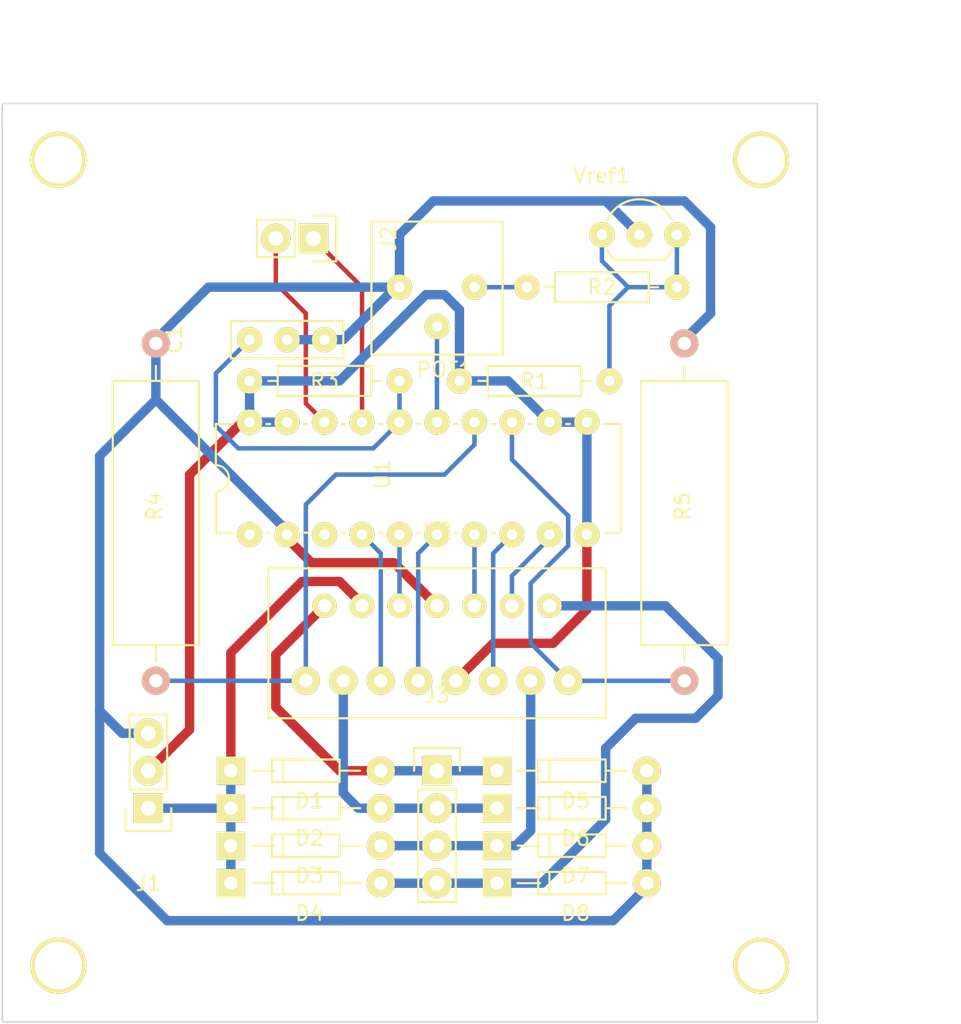
<source format=kicad_pcb>
(kicad_pcb (version 4) (host pcbnew 4.0.1-stable)

  (general
    (links 56)
    (no_connects 0)
    (area 96.469999 55.829999 151.815001 118.160001)
    (thickness 1.6)
    (drawings 9)
    (tracks 140)
    (zones 0)
    (modules 25)
    (nets 24)
  )

  (page A4)
  (layers
    (0 F.Cu signal)
    (31 B.Cu signal)
    (32 B.Adhes user)
    (33 F.Adhes user)
    (34 B.Paste user)
    (35 F.Paste user)
    (36 B.SilkS user)
    (37 F.SilkS user)
    (38 B.Mask user)
    (39 F.Mask user)
    (40 Dwgs.User user)
    (41 Cmts.User user)
    (42 Eco1.User user)
    (43 Eco2.User user)
    (44 Edge.Cuts user)
    (45 Margin user)
    (46 B.CrtYd user)
    (47 F.CrtYd user)
    (48 B.Fab user)
    (49 F.Fab user)
  )

  (setup
    (last_trace_width 0.3048)
    (trace_clearance 0.2)
    (zone_clearance 0.508)
    (zone_45_only no)
    (trace_min 0.2)
    (segment_width 0.2)
    (edge_width 0.1)
    (via_size 0.6)
    (via_drill 0.4)
    (via_min_size 0.4)
    (via_min_drill 0.3)
    (uvia_size 0.3)
    (uvia_drill 0.1)
    (uvias_allowed no)
    (uvia_min_size 0.2)
    (uvia_min_drill 0.1)
    (pcb_text_width 0.3)
    (pcb_text_size 1.5 1.5)
    (mod_edge_width 0.15)
    (mod_text_size 1 1)
    (mod_text_width 0.15)
    (pad_size 1.662 1.662)
    (pad_drill 0.9)
    (pad_to_mask_clearance 0)
    (aux_axis_origin 0 0)
    (visible_elements 7FFEFFFF)
    (pcbplotparams
      (layerselection 0x01030_80000001)
      (usegerberextensions true)
      (excludeedgelayer false)
      (linewidth 0.100000)
      (plotframeref false)
      (viasonmask false)
      (mode 1)
      (useauxorigin false)
      (hpglpennumber 1)
      (hpglpenspeed 20)
      (hpglpendiameter 15)
      (hpglpenoverlay 2)
      (psnegative false)
      (psa4output false)
      (plotreference false)
      (plotvalue false)
      (plotinvisibletext false)
      (padsonsilk false)
      (subtractmaskfromsilk false)
      (outputformat 1)
      (mirror false)
      (drillshape 0)
      (scaleselection 1)
      (outputdirectory ""))
  )

  (net 0 "")
  (net 1 "Net-(C1-Pad1)")
  (net 2 GND)
  (net 3 "Net-(D1-Pad1)")
  (net 4 "Net-(D1-Pad2)")
  (net 5 "Net-(D2-Pad2)")
  (net 6 "Net-(D3-Pad2)")
  (net 7 "Net-(D4-Pad2)")
  (net 8 +5V)
  (net 9 MotorDir)
  (net 10 MotorClk)
  (net 11 "Net-(POT1-Pad1)")
  (net 12 0.5Vref)
  (net 13 "Net-(R1-Pad2)")
  (net 14 Sense1)
  (net 15 Sense2)
  (net 16 "Net-(U1-Pad1)")
  (net 17 "Net-(U1-Pad3)")
  (net 18 "Net-(U1-Pad4)")
  (net 19 "Net-(U1-Pad5)")
  (net 20 "Net-(U1-Pad6)")
  (net 21 "Net-(U1-Pad7)")
  (net 22 "Net-(U1-Pad8)")
  (net 23 "Net-(U1-Pad9)")

  (net_class Default "This is the default net class."
    (clearance 0.2)
    (trace_width 0.3048)
    (via_dia 0.6)
    (via_drill 0.4)
    (uvia_dia 0.3)
    (uvia_drill 0.1)
    (add_net 0.5Vref)
    (add_net MotorClk)
    (add_net MotorDir)
    (add_net "Net-(C1-Pad1)")
    (add_net "Net-(POT1-Pad1)")
    (add_net "Net-(R1-Pad2)")
    (add_net "Net-(U1-Pad1)")
    (add_net "Net-(U1-Pad3)")
    (add_net "Net-(U1-Pad4)")
    (add_net "Net-(U1-Pad5)")
    (add_net "Net-(U1-Pad6)")
    (add_net "Net-(U1-Pad7)")
    (add_net "Net-(U1-Pad8)")
    (add_net "Net-(U1-Pad9)")
    (add_net Sense1)
    (add_net Sense2)
  )

  (net_class Power ""
    (clearance 0.2)
    (trace_width 0.635)
    (via_dia 0.6)
    (via_drill 0.4)
    (uvia_dia 0.3)
    (uvia_drill 0.1)
    (add_net +5V)
    (add_net GND)
    (add_net "Net-(D1-Pad1)")
    (add_net "Net-(D1-Pad2)")
    (add_net "Net-(D2-Pad2)")
    (add_net "Net-(D3-Pad2)")
    (add_net "Net-(D4-Pad2)")
  )

  (module "Custom Footprint:Cap_UnPol_P3" (layer F.Cu) (tedit 580EAA09) (tstamp 58351F20)
    (at 113.284 71.882 90)
    (descr "Through hole pin header")
    (tags "pin header")
    (path /5832D76B)
    (fp_text reference C1 (at 0 -5.1 90) (layer F.SilkS)
      (effects (font (size 1 1) (thickness 0.15)))
    )
    (fp_text value 10nF (at 0 -3.1 90) (layer F.Fab)
      (effects (font (size 1 1) (thickness 0.15)))
    )
    (fp_line (start 1.27 3.81) (end 1.27 6.35) (layer F.SilkS) (width 0.15))
    (fp_line (start 1.27 6.35) (end -1.27 6.35) (layer F.SilkS) (width 0.15))
    (fp_line (start -1.27 6.35) (end -1.27 3.81) (layer F.SilkS) (width 0.15))
    (fp_line (start -1.27 1.27) (end -1.27 -1.27) (layer F.SilkS) (width 0.15))
    (fp_line (start -1.27 -1.27) (end 1.27 -1.27) (layer F.SilkS) (width 0.15))
    (fp_line (start 1.27 -1.27) (end 1.27 1.27) (layer F.SilkS) (width 0.15))
    (fp_line (start 1.27 1.27) (end 1.27 3.81) (layer F.SilkS) (width 0.15))
    (fp_line (start -1.75 -1.75) (end -1.75 4.3) (layer F.CrtYd) (width 0.05))
    (fp_line (start 1.75 -1.75) (end 1.75 4.3) (layer F.CrtYd) (width 0.05))
    (fp_line (start -1.75 -1.75) (end 1.75 -1.75) (layer F.CrtYd) (width 0.05))
    (fp_line (start -1.75 4.3) (end 1.75 4.3) (layer F.CrtYd) (width 0.05))
    (fp_line (start -1.27 1.27) (end -1.27 3.81) (layer F.SilkS) (width 0.15))
    (pad 1 thru_hole circle (at 0 0 90) (size 1.716 1.716) (drill 0.7) (layers *.Cu *.Mask F.SilkS)
      (net 1 "Net-(C1-Pad1)"))
    (pad 2 thru_hole circle (at 0 2.54 90) (size 1.716 1.716) (drill 0.7) (layers *.Cu *.Mask F.SilkS)
      (net 2 GND))
    (pad 2 thru_hole circle (at 0 5.08 90) (size 1.716 1.716) (drill 0.7) (layers *.Cu *.Mask F.SilkS)
      (net 2 GND))
    (model Pin_Headers.3dshapes/Pin_Header_Straight_1x02.wrl
      (at (xyz 0 -0.05 0))
      (scale (xyz 1 1 1))
      (rotate (xyz 0 0 90))
    )
  )

  (module "Custom Footprint:1N4148" (layer F.Cu) (tedit 583523A4) (tstamp 58351F2E)
    (at 112.014 101.092)
    (descr 1N4148)
    (tags "Diode, 1N4148")
    (path /5832C49E)
    (fp_text reference D1 (at 5.334 2.032) (layer F.SilkS)
      (effects (font (size 1 1) (thickness 0.15)))
    )
    (fp_text value 1N5818 (at 5.08 -2.032) (layer F.Fab)
      (effects (font (size 1 1) (thickness 0.15)))
    )
    (fp_line (start 7.36652 -0.00254) (end 8.76352 -0.00254) (layer F.SilkS) (width 0.15))
    (fp_line (start 2.92152 -0.00254) (end 1.39752 -0.00254) (layer F.SilkS) (width 0.15))
    (fp_line (start 3.55652 -0.76454) (end 3.55652 0.75946) (layer F.SilkS) (width 0.15))
    (fp_line (start 2.79452 -0.00254) (end 2.79452 0.75946) (layer F.SilkS) (width 0.15))
    (fp_line (start 2.79452 0.75946) (end 7.36652 0.75946) (layer F.SilkS) (width 0.15))
    (fp_line (start 7.36652 0.75946) (end 7.36652 -0.76454) (layer F.SilkS) (width 0.15))
    (fp_line (start 7.36652 -0.76454) (end 2.79452 -0.76454) (layer F.SilkS) (width 0.15))
    (fp_line (start 2.79452 -0.76454) (end 2.79452 -0.00254) (layer F.SilkS) (width 0.15))
    (pad 1 thru_hole rect (at 0.00052 -0.00254 180) (size 1.916 1.916) (drill 0.9) (layers *.Cu *.Mask F.SilkS)
      (net 3 "Net-(D1-Pad1)"))
    (pad 2 thru_hole circle (at 10.16 0) (size 1.916 1.916) (drill 0.9) (layers *.Cu *.Mask F.SilkS)
      (net 4 "Net-(D1-Pad2)"))
    (model Diodes_ThroughHole.3dshapes/Diode_DO-35_SOD27_Horizontal_RM10.wrl
      (at (xyz 0.2 0 0))
      (scale (xyz 0.4 0.4 0.4))
      (rotate (xyz 0 0 180))
    )
  )

  (module "Custom Footprint:1N4148" (layer F.Cu) (tedit 583523A9) (tstamp 58351F3C)
    (at 112.014 103.632)
    (descr 1N4148)
    (tags "Diode, 1N4148")
    (path /5832C4F8)
    (fp_text reference D2 (at 5.334 2.032) (layer F.SilkS)
      (effects (font (size 1 1) (thickness 0.15)))
    )
    (fp_text value 1N5818 (at 5.08 -2.032) (layer F.Fab)
      (effects (font (size 1 1) (thickness 0.15)))
    )
    (fp_line (start 7.36652 -0.00254) (end 8.76352 -0.00254) (layer F.SilkS) (width 0.15))
    (fp_line (start 2.92152 -0.00254) (end 1.39752 -0.00254) (layer F.SilkS) (width 0.15))
    (fp_line (start 3.55652 -0.76454) (end 3.55652 0.75946) (layer F.SilkS) (width 0.15))
    (fp_line (start 2.79452 -0.00254) (end 2.79452 0.75946) (layer F.SilkS) (width 0.15))
    (fp_line (start 2.79452 0.75946) (end 7.36652 0.75946) (layer F.SilkS) (width 0.15))
    (fp_line (start 7.36652 0.75946) (end 7.36652 -0.76454) (layer F.SilkS) (width 0.15))
    (fp_line (start 7.36652 -0.76454) (end 2.79452 -0.76454) (layer F.SilkS) (width 0.15))
    (fp_line (start 2.79452 -0.76454) (end 2.79452 -0.00254) (layer F.SilkS) (width 0.15))
    (pad 1 thru_hole rect (at 0.00052 -0.00254 180) (size 1.916 1.916) (drill 0.9) (layers *.Cu *.Mask F.SilkS)
      (net 3 "Net-(D1-Pad1)"))
    (pad 2 thru_hole circle (at 10.16 0) (size 1.916 1.916) (drill 0.9) (layers *.Cu *.Mask F.SilkS)
      (net 5 "Net-(D2-Pad2)"))
    (model Diodes_ThroughHole.3dshapes/Diode_DO-35_SOD27_Horizontal_RM10.wrl
      (at (xyz 0.2 0 0))
      (scale (xyz 0.4 0.4 0.4))
      (rotate (xyz 0 0 180))
    )
  )

  (module "Custom Footprint:1N4148" (layer F.Cu) (tedit 583523AE) (tstamp 58351F4A)
    (at 112.014 106.172)
    (descr 1N4148)
    (tags "Diode, 1N4148")
    (path /5832C553)
    (fp_text reference D3 (at 5.334 2.032) (layer F.SilkS)
      (effects (font (size 1 1) (thickness 0.15)))
    )
    (fp_text value 1N5818 (at 5.08 -2.032) (layer F.Fab)
      (effects (font (size 1 1) (thickness 0.15)))
    )
    (fp_line (start 7.36652 -0.00254) (end 8.76352 -0.00254) (layer F.SilkS) (width 0.15))
    (fp_line (start 2.92152 -0.00254) (end 1.39752 -0.00254) (layer F.SilkS) (width 0.15))
    (fp_line (start 3.55652 -0.76454) (end 3.55652 0.75946) (layer F.SilkS) (width 0.15))
    (fp_line (start 2.79452 -0.00254) (end 2.79452 0.75946) (layer F.SilkS) (width 0.15))
    (fp_line (start 2.79452 0.75946) (end 7.36652 0.75946) (layer F.SilkS) (width 0.15))
    (fp_line (start 7.36652 0.75946) (end 7.36652 -0.76454) (layer F.SilkS) (width 0.15))
    (fp_line (start 7.36652 -0.76454) (end 2.79452 -0.76454) (layer F.SilkS) (width 0.15))
    (fp_line (start 2.79452 -0.76454) (end 2.79452 -0.00254) (layer F.SilkS) (width 0.15))
    (pad 1 thru_hole rect (at 0.00052 -0.00254 180) (size 1.916 1.916) (drill 0.9) (layers *.Cu *.Mask F.SilkS)
      (net 3 "Net-(D1-Pad1)"))
    (pad 2 thru_hole circle (at 10.16 0) (size 1.916 1.916) (drill 0.9) (layers *.Cu *.Mask F.SilkS)
      (net 6 "Net-(D3-Pad2)"))
    (model Diodes_ThroughHole.3dshapes/Diode_DO-35_SOD27_Horizontal_RM10.wrl
      (at (xyz 0.2 0 0))
      (scale (xyz 0.4 0.4 0.4))
      (rotate (xyz 0 0 180))
    )
  )

  (module "Custom Footprint:1N4148" (layer F.Cu) (tedit 583523B3) (tstamp 58351F58)
    (at 112.014 108.712)
    (descr 1N4148)
    (tags "Diode, 1N4148")
    (path /5832C5A9)
    (fp_text reference D4 (at 5.334 2.032) (layer F.SilkS)
      (effects (font (size 1 1) (thickness 0.15)))
    )
    (fp_text value 1N5818 (at 5.08 -2.032) (layer F.Fab)
      (effects (font (size 1 1) (thickness 0.15)))
    )
    (fp_line (start 7.36652 -0.00254) (end 8.76352 -0.00254) (layer F.SilkS) (width 0.15))
    (fp_line (start 2.92152 -0.00254) (end 1.39752 -0.00254) (layer F.SilkS) (width 0.15))
    (fp_line (start 3.55652 -0.76454) (end 3.55652 0.75946) (layer F.SilkS) (width 0.15))
    (fp_line (start 2.79452 -0.00254) (end 2.79452 0.75946) (layer F.SilkS) (width 0.15))
    (fp_line (start 2.79452 0.75946) (end 7.36652 0.75946) (layer F.SilkS) (width 0.15))
    (fp_line (start 7.36652 0.75946) (end 7.36652 -0.76454) (layer F.SilkS) (width 0.15))
    (fp_line (start 7.36652 -0.76454) (end 2.79452 -0.76454) (layer F.SilkS) (width 0.15))
    (fp_line (start 2.79452 -0.76454) (end 2.79452 -0.00254) (layer F.SilkS) (width 0.15))
    (pad 1 thru_hole rect (at 0.00052 -0.00254 180) (size 1.916 1.916) (drill 0.9) (layers *.Cu *.Mask F.SilkS)
      (net 3 "Net-(D1-Pad1)"))
    (pad 2 thru_hole circle (at 10.16 0) (size 1.916 1.916) (drill 0.9) (layers *.Cu *.Mask F.SilkS)
      (net 7 "Net-(D4-Pad2)"))
    (model Diodes_ThroughHole.3dshapes/Diode_DO-35_SOD27_Horizontal_RM10.wrl
      (at (xyz 0.2 0 0))
      (scale (xyz 0.4 0.4 0.4))
      (rotate (xyz 0 0 180))
    )
  )

  (module "Custom Footprint:1N4148" (layer F.Cu) (tedit 58352379) (tstamp 58351F66)
    (at 130.048 101.092)
    (descr 1N4148)
    (tags "Diode, 1N4148")
    (path /5832BFC7)
    (fp_text reference D5 (at 5.334 2.032) (layer F.SilkS)
      (effects (font (size 1 1) (thickness 0.15)))
    )
    (fp_text value 1N5818 (at 5.08 -2.032) (layer F.Fab)
      (effects (font (size 1 1) (thickness 0.15)))
    )
    (fp_line (start 7.36652 -0.00254) (end 8.76352 -0.00254) (layer F.SilkS) (width 0.15))
    (fp_line (start 2.92152 -0.00254) (end 1.39752 -0.00254) (layer F.SilkS) (width 0.15))
    (fp_line (start 3.55652 -0.76454) (end 3.55652 0.75946) (layer F.SilkS) (width 0.15))
    (fp_line (start 2.79452 -0.00254) (end 2.79452 0.75946) (layer F.SilkS) (width 0.15))
    (fp_line (start 2.79452 0.75946) (end 7.36652 0.75946) (layer F.SilkS) (width 0.15))
    (fp_line (start 7.36652 0.75946) (end 7.36652 -0.76454) (layer F.SilkS) (width 0.15))
    (fp_line (start 7.36652 -0.76454) (end 2.79452 -0.76454) (layer F.SilkS) (width 0.15))
    (fp_line (start 2.79452 -0.76454) (end 2.79452 -0.00254) (layer F.SilkS) (width 0.15))
    (pad 1 thru_hole rect (at 0.00052 -0.00254 180) (size 1.916 1.916) (drill 0.9) (layers *.Cu *.Mask F.SilkS)
      (net 4 "Net-(D1-Pad2)"))
    (pad 2 thru_hole circle (at 10.16 0) (size 1.916 1.916) (drill 0.9) (layers *.Cu *.Mask F.SilkS)
      (net 2 GND))
    (model Diodes_ThroughHole.3dshapes/Diode_DO-35_SOD27_Horizontal_RM10.wrl
      (at (xyz 0.2 0 0))
      (scale (xyz 0.4 0.4 0.4))
      (rotate (xyz 0 0 180))
    )
  )

  (module "Custom Footprint:1N4148" (layer F.Cu) (tedit 5835237E) (tstamp 58351F74)
    (at 130.048 103.632)
    (descr 1N4148)
    (tags "Diode, 1N4148")
    (path /5832C11E)
    (fp_text reference D6 (at 5.334 2.032) (layer F.SilkS)
      (effects (font (size 1 1) (thickness 0.15)))
    )
    (fp_text value 1N5818 (at 5.08 -2.032) (layer F.Fab)
      (effects (font (size 1 1) (thickness 0.15)))
    )
    (fp_line (start 7.36652 -0.00254) (end 8.76352 -0.00254) (layer F.SilkS) (width 0.15))
    (fp_line (start 2.92152 -0.00254) (end 1.39752 -0.00254) (layer F.SilkS) (width 0.15))
    (fp_line (start 3.55652 -0.76454) (end 3.55652 0.75946) (layer F.SilkS) (width 0.15))
    (fp_line (start 2.79452 -0.00254) (end 2.79452 0.75946) (layer F.SilkS) (width 0.15))
    (fp_line (start 2.79452 0.75946) (end 7.36652 0.75946) (layer F.SilkS) (width 0.15))
    (fp_line (start 7.36652 0.75946) (end 7.36652 -0.76454) (layer F.SilkS) (width 0.15))
    (fp_line (start 7.36652 -0.76454) (end 2.79452 -0.76454) (layer F.SilkS) (width 0.15))
    (fp_line (start 2.79452 -0.76454) (end 2.79452 -0.00254) (layer F.SilkS) (width 0.15))
    (pad 1 thru_hole rect (at 0.00052 -0.00254 180) (size 1.916 1.916) (drill 0.9) (layers *.Cu *.Mask F.SilkS)
      (net 5 "Net-(D2-Pad2)"))
    (pad 2 thru_hole circle (at 10.16 0) (size 1.916 1.916) (drill 0.9) (layers *.Cu *.Mask F.SilkS)
      (net 2 GND))
    (model Diodes_ThroughHole.3dshapes/Diode_DO-35_SOD27_Horizontal_RM10.wrl
      (at (xyz 0.2 0 0))
      (scale (xyz 0.4 0.4 0.4))
      (rotate (xyz 0 0 180))
    )
  )

  (module "Custom Footprint:1N4148" (layer F.Cu) (tedit 58352384) (tstamp 58351F82)
    (at 130.048 106.172)
    (descr 1N4148)
    (tags "Diode, 1N4148")
    (path /5832C189)
    (fp_text reference D7 (at 5.334 2.032) (layer F.SilkS)
      (effects (font (size 1 1) (thickness 0.15)))
    )
    (fp_text value 1N5818 (at 5.08 -2.032) (layer F.Fab)
      (effects (font (size 1 1) (thickness 0.15)))
    )
    (fp_line (start 7.36652 -0.00254) (end 8.76352 -0.00254) (layer F.SilkS) (width 0.15))
    (fp_line (start 2.92152 -0.00254) (end 1.39752 -0.00254) (layer F.SilkS) (width 0.15))
    (fp_line (start 3.55652 -0.76454) (end 3.55652 0.75946) (layer F.SilkS) (width 0.15))
    (fp_line (start 2.79452 -0.00254) (end 2.79452 0.75946) (layer F.SilkS) (width 0.15))
    (fp_line (start 2.79452 0.75946) (end 7.36652 0.75946) (layer F.SilkS) (width 0.15))
    (fp_line (start 7.36652 0.75946) (end 7.36652 -0.76454) (layer F.SilkS) (width 0.15))
    (fp_line (start 7.36652 -0.76454) (end 2.79452 -0.76454) (layer F.SilkS) (width 0.15))
    (fp_line (start 2.79452 -0.76454) (end 2.79452 -0.00254) (layer F.SilkS) (width 0.15))
    (pad 1 thru_hole rect (at 0.00052 -0.00254 180) (size 1.916 1.916) (drill 0.9) (layers *.Cu *.Mask F.SilkS)
      (net 6 "Net-(D3-Pad2)"))
    (pad 2 thru_hole circle (at 10.16 0) (size 1.916 1.916) (drill 0.9) (layers *.Cu *.Mask F.SilkS)
      (net 2 GND))
    (model Diodes_ThroughHole.3dshapes/Diode_DO-35_SOD27_Horizontal_RM10.wrl
      (at (xyz 0.2 0 0))
      (scale (xyz 0.4 0.4 0.4))
      (rotate (xyz 0 0 180))
    )
  )

  (module "Custom Footprint:1N4148" (layer F.Cu) (tedit 5835238B) (tstamp 58351F90)
    (at 130.048 108.712)
    (descr 1N4148)
    (tags "Diode, 1N4148")
    (path /5832C1E3)
    (fp_text reference D8 (at 5.334 2.032) (layer F.SilkS)
      (effects (font (size 1 1) (thickness 0.15)))
    )
    (fp_text value 1N5818 (at 5.08 -2.032) (layer F.Fab)
      (effects (font (size 1 1) (thickness 0.15)))
    )
    (fp_line (start 7.36652 -0.00254) (end 8.76352 -0.00254) (layer F.SilkS) (width 0.15))
    (fp_line (start 2.92152 -0.00254) (end 1.39752 -0.00254) (layer F.SilkS) (width 0.15))
    (fp_line (start 3.55652 -0.76454) (end 3.55652 0.75946) (layer F.SilkS) (width 0.15))
    (fp_line (start 2.79452 -0.00254) (end 2.79452 0.75946) (layer F.SilkS) (width 0.15))
    (fp_line (start 2.79452 0.75946) (end 7.36652 0.75946) (layer F.SilkS) (width 0.15))
    (fp_line (start 7.36652 0.75946) (end 7.36652 -0.76454) (layer F.SilkS) (width 0.15))
    (fp_line (start 7.36652 -0.76454) (end 2.79452 -0.76454) (layer F.SilkS) (width 0.15))
    (fp_line (start 2.79452 -0.76454) (end 2.79452 -0.00254) (layer F.SilkS) (width 0.15))
    (pad 1 thru_hole rect (at 0.00052 -0.00254 180) (size 1.916 1.916) (drill 0.9) (layers *.Cu *.Mask F.SilkS)
      (net 7 "Net-(D4-Pad2)"))
    (pad 2 thru_hole circle (at 10.16 0) (size 1.916 1.916) (drill 0.9) (layers *.Cu *.Mask F.SilkS)
      (net 2 GND))
    (model Diodes_ThroughHole.3dshapes/Diode_DO-35_SOD27_Horizontal_RM10.wrl
      (at (xyz 0.2 0 0))
      (scale (xyz 0.4 0.4 0.4))
      (rotate (xyz 0 0 180))
    )
  )

  (module "Custom Footprint:Pin_Header_Straight_1x03" (layer F.Cu) (tedit 5835228B) (tstamp 58351FA2)
    (at 106.426 103.632 180)
    (descr "Through hole pin header")
    (tags "pin header")
    (path /5832D2C2)
    (fp_text reference J1 (at 0 -5.1 180) (layer F.SilkS)
      (effects (font (size 1 1) (thickness 0.15)))
    )
    (fp_text value POWER (at 0 -3.1 180) (layer F.Fab)
      (effects (font (size 1 1) (thickness 0.15)))
    )
    (fp_line (start -1.75 -1.75) (end -1.75 6.85) (layer F.CrtYd) (width 0.05))
    (fp_line (start 1.75 -1.75) (end 1.75 6.85) (layer F.CrtYd) (width 0.05))
    (fp_line (start -1.75 -1.75) (end 1.75 -1.75) (layer F.CrtYd) (width 0.05))
    (fp_line (start -1.75 6.85) (end 1.75 6.85) (layer F.CrtYd) (width 0.05))
    (fp_line (start -1.27 1.27) (end -1.27 6.35) (layer F.SilkS) (width 0.15))
    (fp_line (start -1.27 6.35) (end 1.27 6.35) (layer F.SilkS) (width 0.15))
    (fp_line (start 1.27 6.35) (end 1.27 1.27) (layer F.SilkS) (width 0.15))
    (fp_line (start 1.55 -1.55) (end 1.55 0) (layer F.SilkS) (width 0.15))
    (fp_line (start 1.27 1.27) (end -1.27 1.27) (layer F.SilkS) (width 0.15))
    (fp_line (start -1.55 0) (end -1.55 -1.55) (layer F.SilkS) (width 0.15))
    (fp_line (start -1.55 -1.55) (end 1.55 -1.55) (layer F.SilkS) (width 0.15))
    (pad 1 thru_hole rect (at 0 0 180) (size 2.016 2.016) (drill 1) (layers *.Cu *.Mask F.SilkS)
      (net 3 "Net-(D1-Pad1)"))
    (pad 2 thru_hole circle (at 0 2.54 180) (size 2.016 2.016) (drill 1) (layers *.Cu *.Mask F.SilkS)
      (net 8 +5V))
    (pad 3 thru_hole circle (at 0 5.08 180) (size 2.016 2.016) (drill 1) (layers *.Cu *.Mask F.SilkS)
      (net 2 GND))
    (model Pin_Headers.3dshapes/Pin_Header_Straight_1x03.wrl
      (at (xyz 0 -0.1 0))
      (scale (xyz 1 1 1))
      (rotate (xyz 0 0 90))
    )
  )

  (module "Custom Footprint:Pin_Header_Straight_1x02" (layer F.Cu) (tedit 57DDA340) (tstamp 58351FB3)
    (at 117.602 65.024 270)
    (descr "Through hole pin header")
    (tags "pin header")
    (path /5832D2F7)
    (fp_text reference J2 (at 0 -5.1 270) (layer F.SilkS)
      (effects (font (size 1 1) (thickness 0.15)))
    )
    (fp_text value I/O (at 0 -3.1 270) (layer F.Fab)
      (effects (font (size 1 1) (thickness 0.15)))
    )
    (fp_line (start 1.27 1.27) (end 1.27 3.81) (layer F.SilkS) (width 0.15))
    (fp_line (start 1.55 -1.55) (end 1.55 0) (layer F.SilkS) (width 0.15))
    (fp_line (start -1.75 -1.75) (end -1.75 4.3) (layer F.CrtYd) (width 0.05))
    (fp_line (start 1.75 -1.75) (end 1.75 4.3) (layer F.CrtYd) (width 0.05))
    (fp_line (start -1.75 -1.75) (end 1.75 -1.75) (layer F.CrtYd) (width 0.05))
    (fp_line (start -1.75 4.3) (end 1.75 4.3) (layer F.CrtYd) (width 0.05))
    (fp_line (start 1.27 1.27) (end -1.27 1.27) (layer F.SilkS) (width 0.15))
    (fp_line (start -1.55 0) (end -1.55 -1.55) (layer F.SilkS) (width 0.15))
    (fp_line (start -1.55 -1.55) (end 1.55 -1.55) (layer F.SilkS) (width 0.15))
    (fp_line (start -1.27 1.27) (end -1.27 3.81) (layer F.SilkS) (width 0.15))
    (fp_line (start -1.27 3.81) (end 1.27 3.81) (layer F.SilkS) (width 0.15))
    (pad 1 thru_hole rect (at 0 0 270) (size 2.016 2.016) (drill 1) (layers *.Cu *.Mask F.SilkS)
      (net 9 MotorDir))
    (pad 2 thru_hole circle (at 0 2.54 270) (size 2.016 2.016) (drill 1) (layers *.Cu *.Mask F.SilkS)
      (net 10 MotorClk))
    (model Pin_Headers.3dshapes/Pin_Header_Straight_1x02.wrl
      (at (xyz 0 -0.05 0))
      (scale (xyz 1 1 1))
      (rotate (xyz 0 0 90))
    )
  )

  (module "Custom Footprint:Pin_Header_Straight_1x04" (layer F.Cu) (tedit 5832C1AF) (tstamp 58351FC6)
    (at 125.984 101.092)
    (descr "Through hole pin header")
    (tags "pin header")
    (path /58329082)
    (fp_text reference J3 (at 0 -5.1) (layer F.SilkS)
      (effects (font (size 1 1) (thickness 0.15)))
    )
    (fp_text value Motor (at 0 -3.1) (layer F.Fab)
      (effects (font (size 1 1) (thickness 0.15)))
    )
    (fp_line (start -1.27 8.89) (end -1.27 1.27) (layer F.SilkS) (width 0.15))
    (fp_line (start 1.27 1.27) (end 1.27 8.89) (layer F.SilkS) (width 0.15))
    (fp_line (start -1.27 8.89) (end 1.27 8.89) (layer F.SilkS) (width 0.15))
    (fp_line (start -1.75 -1.75) (end -1.75 9.37) (layer F.CrtYd) (width 0.05))
    (fp_line (start 1.75 -1.75) (end 1.75 9.37) (layer F.CrtYd) (width 0.05))
    (fp_line (start -1.75 -1.75) (end 1.75 -1.75) (layer F.CrtYd) (width 0.05))
    (fp_line (start -1.75 9.37) (end 1.75 9.37) (layer F.CrtYd) (width 0.05))
    (fp_line (start 1.55 -1.55) (end 1.55 0) (layer F.SilkS) (width 0.15))
    (fp_line (start 1.27 1.27) (end -1.27 1.27) (layer F.SilkS) (width 0.15))
    (fp_line (start -1.55 0) (end -1.55 -1.55) (layer F.SilkS) (width 0.15))
    (fp_line (start -1.55 -1.55) (end 1.55 -1.55) (layer F.SilkS) (width 0.15))
    (pad 1 thru_hole rect (at 0 0) (size 2.016 2.016) (drill 1) (layers *.Cu *.Mask F.SilkS)
      (net 4 "Net-(D1-Pad2)"))
    (pad 2 thru_hole circle (at 0 2.54) (size 2.016 2.016) (drill 1) (layers *.Cu *.Mask F.SilkS)
      (net 5 "Net-(D2-Pad2)"))
    (pad 3 thru_hole circle (at 0 5.08) (size 2.016 2.016) (drill 1) (layers *.Cu *.Mask F.SilkS)
      (net 6 "Net-(D3-Pad2)"))
    (pad 4 thru_hole circle (at 0 7.62) (size 2.016 2.016) (drill 1) (layers *.Cu *.Mask F.SilkS)
      (net 7 "Net-(D4-Pad2)"))
    (model Pin_Headers.3dshapes/Pin_Header_Straight_1x06.wrl
      (at (xyz 0 -0.25 0))
      (scale (xyz 1 1 1))
      (rotate (xyz 0 0 90))
    )
  )

  (module "Custom Footprint:Potentiometer_Bourns_3386" (layer F.Cu) (tedit 57E0339E) (tstamp 58351FD6)
    (at 128.524 68.326)
    (descr "5/16, Round, Trimming, Potentiometer, Bourns, 3339")
    (tags "5/16, Round, Trimming, Potentiometer, Bourns, 3339")
    (path /5832ED68)
    (fp_text reference POT1 (at -2.032 5.588) (layer F.SilkS)
      (effects (font (size 1 1) (thickness 0.15)))
    )
    (fp_text value 1kΩ (at -2.54 -5.334) (layer F.Fab)
      (effects (font (size 1 1) (thickness 0.15)))
    )
    (fp_line (start 1.27 -4.445) (end 1.905 -4.445) (layer F.SilkS) (width 0.15))
    (fp_line (start 1.905 -4.445) (end 1.905 4.572) (layer F.SilkS) (width 0.15))
    (fp_line (start 1.905 4.572) (end -6.985 4.572) (layer F.SilkS) (width 0.15))
    (fp_line (start -6.985 4.572) (end -6.985 -4.445) (layer F.SilkS) (width 0.15))
    (fp_line (start -6.985 -4.445) (end -6.223 -4.445) (layer F.SilkS) (width 0.15))
    (fp_line (start -6.985 -1.778) (end -6.985 4.572) (layer F.SilkS) (width 0.15))
    (fp_line (start 1.905 -1.778) (end 1.905 4.572) (layer F.SilkS) (width 0.15))
    (fp_line (start -6.35 -4.445) (end 1.27 -4.445) (layer F.SilkS) (width 0.15))
    (fp_line (start -6.604 4.572) (end 1.524 4.572) (layer F.SilkS) (width 0.15))
    (pad 1 thru_hole circle (at 0 0) (size 1.716 1.716) (drill 0.7) (layers *.Cu *.Mask F.SilkS)
      (net 11 "Net-(POT1-Pad1)"))
    (pad 2 thru_hole circle (at -2.54 2.667) (size 1.716 1.716) (drill 0.7) (layers *.Cu *.Mask F.SilkS)
      (net 12 0.5Vref))
    (pad 3 thru_hole circle (at -5.08 0) (size 1.716 1.716) (drill 0.7) (layers *.Cu *.Mask F.SilkS)
      (net 2 GND))
    (model Potentiometers.3dshapes/Potentiometer_Bourns_3339S_Angular_ScrewFront.wrl
      (at (xyz 0 0 0))
      (scale (xyz 1 1 1))
      (rotate (xyz 0 0 0))
    )
  )

  (module "Custom Footprint:Resistor-0.25W" (layer F.Cu) (tedit 57E029C8) (tstamp 58351FE3)
    (at 127.508 74.676)
    (descr "Resitance 4 pas")
    (tags R)
    (path /5832E522)
    (fp_text reference R1 (at 5.08 0) (layer F.SilkS)
      (effects (font (size 1 1) (thickness 0.15)))
    )
    (fp_text value 1.2kΩ (at 5.08 1.905) (layer F.Fab)
      (effects (font (size 1 1) (thickness 0.15)))
    )
    (fp_line (start 8.255 1.016) (end 1.905 1.016) (layer F.SilkS) (width 0.15))
    (fp_line (start 1.905 -1.016) (end 8.255 -1.016) (layer F.SilkS) (width 0.15))
    (fp_line (start 8.255 0) (end 8.89 0) (layer F.SilkS) (width 0.15))
    (fp_line (start 1.905 0) (end 1.27 0) (layer F.SilkS) (width 0.15))
    (fp_line (start 1.905 0) (end 1.905 -1.016) (layer F.SilkS) (width 0.15))
    (fp_line (start 8.255 -1.016) (end 8.255 1.016) (layer F.SilkS) (width 0.15))
    (fp_line (start 1.905 1.016) (end 1.905 0) (layer F.SilkS) (width 0.15))
    (pad 1 thru_hole circle (at 0 0) (size 1.716 1.716) (drill 0.7) (layers *.Cu *.Mask F.SilkS)
      (net 8 +5V))
    (pad 2 thru_hole circle (at 10.16 0) (size 1.716 1.716) (drill 0.7) (layers *.Cu *.Mask F.SilkS)
      (net 13 "Net-(R1-Pad2)"))
    (model Discret.3dshapes/R4.wrl
      (at (xyz 0 0 0))
      (scale (xyz 0.4 0.4 0.4))
      (rotate (xyz 0 0 0))
    )
  )

  (module "Custom Footprint:Resistor-0.25W" (layer F.Cu) (tedit 57E029C8) (tstamp 58351FF0)
    (at 142.24 68.326 180)
    (descr "Resitance 4 pas")
    (tags R)
    (path /5832E88C)
    (fp_text reference R2 (at 5.08 0 180) (layer F.SilkS)
      (effects (font (size 1 1) (thickness 0.15)))
    )
    (fp_text value 1.5kΩ (at 5.08 1.905 180) (layer F.Fab)
      (effects (font (size 1 1) (thickness 0.15)))
    )
    (fp_line (start 8.255 1.016) (end 1.905 1.016) (layer F.SilkS) (width 0.15))
    (fp_line (start 1.905 -1.016) (end 8.255 -1.016) (layer F.SilkS) (width 0.15))
    (fp_line (start 8.255 0) (end 8.89 0) (layer F.SilkS) (width 0.15))
    (fp_line (start 1.905 0) (end 1.27 0) (layer F.SilkS) (width 0.15))
    (fp_line (start 1.905 0) (end 1.905 -1.016) (layer F.SilkS) (width 0.15))
    (fp_line (start 8.255 -1.016) (end 8.255 1.016) (layer F.SilkS) (width 0.15))
    (fp_line (start 1.905 1.016) (end 1.905 0) (layer F.SilkS) (width 0.15))
    (pad 1 thru_hole circle (at 0 0 180) (size 1.716 1.716) (drill 0.7) (layers *.Cu *.Mask F.SilkS)
      (net 13 "Net-(R1-Pad2)"))
    (pad 2 thru_hole circle (at 10.16 0 180) (size 1.716 1.716) (drill 0.7) (layers *.Cu *.Mask F.SilkS)
      (net 11 "Net-(POT1-Pad1)"))
    (model Discret.3dshapes/R4.wrl
      (at (xyz 0 0 0))
      (scale (xyz 0.4 0.4 0.4))
      (rotate (xyz 0 0 0))
    )
  )

  (module "Custom Footprint:Resistor-0.25W" (layer F.Cu) (tedit 57E029C8) (tstamp 58351FFD)
    (at 113.284 74.676)
    (descr "Resitance 4 pas")
    (tags R)
    (path /5832D60B)
    (fp_text reference R3 (at 5.08 0) (layer F.SilkS)
      (effects (font (size 1 1) (thickness 0.15)))
    )
    (fp_text value 10kΩ (at 5.08 1.905) (layer F.Fab)
      (effects (font (size 1 1) (thickness 0.15)))
    )
    (fp_line (start 8.255 1.016) (end 1.905 1.016) (layer F.SilkS) (width 0.15))
    (fp_line (start 1.905 -1.016) (end 8.255 -1.016) (layer F.SilkS) (width 0.15))
    (fp_line (start 8.255 0) (end 8.89 0) (layer F.SilkS) (width 0.15))
    (fp_line (start 1.905 0) (end 1.27 0) (layer F.SilkS) (width 0.15))
    (fp_line (start 1.905 0) (end 1.905 -1.016) (layer F.SilkS) (width 0.15))
    (fp_line (start 8.255 -1.016) (end 8.255 1.016) (layer F.SilkS) (width 0.15))
    (fp_line (start 1.905 1.016) (end 1.905 0) (layer F.SilkS) (width 0.15))
    (pad 1 thru_hole circle (at 0 0) (size 1.716 1.716) (drill 0.7) (layers *.Cu *.Mask F.SilkS)
      (net 8 +5V))
    (pad 2 thru_hole circle (at 10.16 0) (size 1.716 1.716) (drill 0.7) (layers *.Cu *.Mask F.SilkS)
      (net 1 "Net-(C1-Pad1)"))
    (model Discret.3dshapes/R4.wrl
      (at (xyz 0 0 0))
      (scale (xyz 0.4 0.4 0.4))
      (rotate (xyz 0 0 0))
    )
  )

  (module "Custom Footprint:Resistor-2W" (layer F.Cu) (tedit 57E0266C) (tstamp 5835200C)
    (at 106.934 94.996 90)
    (descr "Resistor, Axial, RM 15mm,")
    (tags "Resistor Axial RM 15mm")
    (path /58329ACF)
    (fp_text reference R4 (at 11.811 -0.127 90) (layer F.SilkS)
      (effects (font (size 1 1) (thickness 0.15)))
    )
    (fp_text value 1Ω (at 11.684 1.651 90) (layer F.Fab)
      (effects (font (size 1 1) (thickness 0.15)))
    )
    (fp_line (start 20.32 0) (end 20.32 2.921) (layer F.SilkS) (width 0.15))
    (fp_line (start 20.32 2.921) (end 12.573 2.921) (layer F.SilkS) (width 0.15))
    (fp_line (start 21.336 0) (end 20.32 0) (layer F.SilkS) (width 0.15))
    (fp_line (start 20.32 0) (end 20.32 -2.921) (layer F.SilkS) (width 0.15))
    (fp_line (start 20.32 -2.921) (end 2.413 -2.921) (layer F.SilkS) (width 0.15))
    (fp_line (start 2.413 -2.921) (end 2.413 -2.54) (layer F.SilkS) (width 0.15))
    (fp_line (start 1.27 0) (end 2.413 0) (layer F.SilkS) (width 0.15))
    (fp_line (start 2.413 -2.667) (end 2.413 2.921) (layer F.SilkS) (width 0.15))
    (fp_line (start 2.42 2.921) (end 12.58 2.921) (layer F.SilkS) (width 0.15))
    (pad 1 thru_hole circle (at 0 0 90) (size 1.916 1.916) (drill 0.9) (layers *.Cu *.SilkS *.Mask)
      (net 14 Sense1))
    (pad 2 thru_hole circle (at 22.86 0 90) (size 1.916 1.916) (drill 0.9) (layers *.Cu *.SilkS *.Mask)
      (net 2 GND))
    (model Resistors_ThroughHole.3dshapes/Resistor_Horizontal_RM15mm.wrl
      (at (xyz 0.295 0 0))
      (scale (xyz 0.395 0.4 0.4))
      (rotate (xyz 0 0 0))
    )
  )

  (module "Custom Footprint:Resistor-2W" (layer F.Cu) (tedit 57E0266C) (tstamp 5835201B)
    (at 142.748 94.996 90)
    (descr "Resistor, Axial, RM 15mm,")
    (tags "Resistor Axial RM 15mm")
    (path /58329C18)
    (fp_text reference R5 (at 11.811 -0.127 90) (layer F.SilkS)
      (effects (font (size 1 1) (thickness 0.15)))
    )
    (fp_text value 1Ω (at 11.684 1.651 90) (layer F.Fab)
      (effects (font (size 1 1) (thickness 0.15)))
    )
    (fp_line (start 20.32 0) (end 20.32 2.921) (layer F.SilkS) (width 0.15))
    (fp_line (start 20.32 2.921) (end 12.573 2.921) (layer F.SilkS) (width 0.15))
    (fp_line (start 21.336 0) (end 20.32 0) (layer F.SilkS) (width 0.15))
    (fp_line (start 20.32 0) (end 20.32 -2.921) (layer F.SilkS) (width 0.15))
    (fp_line (start 20.32 -2.921) (end 2.413 -2.921) (layer F.SilkS) (width 0.15))
    (fp_line (start 2.413 -2.921) (end 2.413 -2.54) (layer F.SilkS) (width 0.15))
    (fp_line (start 1.27 0) (end 2.413 0) (layer F.SilkS) (width 0.15))
    (fp_line (start 2.413 -2.667) (end 2.413 2.921) (layer F.SilkS) (width 0.15))
    (fp_line (start 2.42 2.921) (end 12.58 2.921) (layer F.SilkS) (width 0.15))
    (pad 1 thru_hole circle (at 0 0 90) (size 1.916 1.916) (drill 0.9) (layers *.Cu *.SilkS *.Mask)
      (net 15 Sense2))
    (pad 2 thru_hole circle (at 22.86 0 90) (size 1.916 1.916) (drill 0.9) (layers *.Cu *.SilkS *.Mask)
      (net 2 GND))
    (model Resistors_ThroughHole.3dshapes/Resistor_Horizontal_RM15mm.wrl
      (at (xyz 0.295 0 0))
      (scale (xyz 0.395 0.4 0.4))
      (rotate (xyz 0 0 0))
    )
  )

  (module "Custom Footprint:IC_PDIP_20pin" (layer F.Cu) (tedit 5833D7CE) (tstamp 5835204C)
    (at 113.284 85.09 90)
    (descr "16-lead dip package, row spacing 7.62 mm (300 mils)")
    (tags "dil dip 2.54 300")
    (path /58328E61)
    (fp_text reference U1 (at 4.064 9.017 90) (layer F.SilkS)
      (effects (font (size 1 1) (thickness 0.15)))
    )
    (fp_text value L297 (at 3.683 -3.429 90) (layer F.Fab)
      (effects (font (size 1 1) (thickness 0.15)))
    )
    (fp_line (start 7.493 1.397) (end 7.493 1.143) (layer F.SilkS) (width 0.15))
    (fp_line (start 7.493 3.937) (end 7.493 3.683) (layer F.SilkS) (width 0.15))
    (fp_line (start 7.493 8.763) (end 7.493 9.017) (layer F.SilkS) (width 0.15))
    (fp_line (start 7.493 6.223) (end 7.493 6.477) (layer F.SilkS) (width 0.15))
    (fp_line (start 7.493 24.257) (end 7.493 25.146) (layer F.SilkS) (width 0.15))
    (fp_line (start 0.127 3.937) (end 0.127 3.683) (layer F.SilkS) (width 0.15))
    (fp_line (start 0.127 6.477) (end 0.127 6.223) (layer F.SilkS) (width 0.15))
    (fp_line (start 0.127 9.017) (end 0.127 8.763) (layer F.SilkS) (width 0.15))
    (fp_line (start 0.127 11.557) (end 0.127 11.303) (layer F.SilkS) (width 0.15))
    (fp_line (start 0.127 14.097) (end 0.127 13.843) (layer F.SilkS) (width 0.15))
    (fp_line (start 0.127 16.637) (end 0.127 16.383) (layer F.SilkS) (width 0.15))
    (fp_line (start 0.127 24.003) (end 0.127 25.146) (layer F.SilkS) (width 0.15))
    (fp_line (start 7.493 24.003) (end 7.493 24.257) (layer F.SilkS) (width 0.15))
    (fp_line (start 7.493 21.463) (end 7.493 21.717) (layer F.SilkS) (width 0.15))
    (fp_line (start 7.493 18.923) (end 7.493 19.177) (layer F.SilkS) (width 0.15))
    (fp_line (start 7.493 16.383) (end 7.493 16.637) (layer F.SilkS) (width 0.15))
    (fp_line (start 7.493 13.843) (end 7.493 14.097) (layer F.SilkS) (width 0.15))
    (fp_line (start 0.127 1.143) (end 0.127 1.397) (layer F.SilkS) (width 0.15))
    (fp_line (start 0.127 -1.143) (end 0.127 -2.286) (layer F.SilkS) (width 0.15))
    (fp_line (start 7.493 -1.143) (end 7.493 -2.286) (layer F.SilkS) (width 0.15))
    (fp_line (start 7.493 11.303) (end 7.493 11.557) (layer F.SilkS) (width 0.15))
    (fp_line (start 4.699 -2.286) (end 7.493 -2.286) (layer F.SilkS) (width 0.15))
    (fp_line (start 0.127 -2.286) (end 2.921 -2.286) (layer F.SilkS) (width 0.15))
    (fp_arc (start 3.81 -2.286) (end 4.699 -2.286) (angle 180) (layer F.SilkS) (width 0.15))
    (fp_line (start 0.135 25.155) (end 7.485 25.155) (layer F.SilkS) (width 0.15))
    (pad 1 thru_hole circle (at 0 0 90) (size 1.716 1.716) (drill 0.7) (layers *.Cu *.Mask F.SilkS)
      (net 16 "Net-(U1-Pad1)"))
    (pad 2 thru_hole circle (at 0 2.54 90) (size 1.716 1.716) (drill 0.7) (layers *.Cu *.Mask F.SilkS)
      (net 2 GND))
    (pad 3 thru_hole circle (at 0 5.08 90) (size 1.716 1.716) (drill 0.7) (layers *.Cu *.Mask F.SilkS)
      (net 17 "Net-(U1-Pad3)"))
    (pad 4 thru_hole circle (at 0 7.62 90) (size 1.716 1.716) (drill 0.7) (layers *.Cu *.Mask F.SilkS)
      (net 18 "Net-(U1-Pad4)"))
    (pad 5 thru_hole circle (at 0 10.16 90) (size 1.716 1.716) (drill 0.7) (layers *.Cu *.Mask F.SilkS)
      (net 19 "Net-(U1-Pad5)"))
    (pad 6 thru_hole circle (at 0 12.7 90) (size 1.716 1.716) (drill 0.7) (layers *.Cu *.Mask F.SilkS)
      (net 20 "Net-(U1-Pad6)"))
    (pad 7 thru_hole circle (at 0 15.24 90) (size 1.716 1.716) (drill 0.7) (layers *.Cu *.Mask F.SilkS)
      (net 21 "Net-(U1-Pad7)"))
    (pad 8 thru_hole circle (at 0 17.78 90) (size 1.716 1.716) (drill 0.7) (layers *.Cu *.Mask F.SilkS)
      (net 22 "Net-(U1-Pad8)"))
    (pad 9 thru_hole circle (at 0 20.32 90) (size 1.716 1.716) (drill 0.7) (layers *.Cu *.Mask F.SilkS)
      (net 23 "Net-(U1-Pad9)"))
    (pad 10 thru_hole circle (at 0 22.86 90) (size 1.716 1.716) (drill 0.7) (layers *.Cu *.Mask F.SilkS)
      (net 8 +5V))
    (pad 11 thru_hole circle (at 7.62 22.86 90) (size 1.716 1.716) (drill 0.7) (layers *.Cu *.Mask F.SilkS)
      (net 8 +5V))
    (pad 12 thru_hole circle (at 7.62 20.32 90) (size 1.716 1.716) (drill 0.7) (layers *.Cu *.Mask F.SilkS)
      (net 8 +5V))
    (pad 13 thru_hole circle (at 7.62 17.78 90) (size 1.716 1.716) (drill 0.7) (layers *.Cu *.Mask F.SilkS)
      (net 15 Sense2))
    (pad 14 thru_hole circle (at 7.62 15.24 90) (size 1.716 1.716) (drill 0.7) (layers *.Cu *.Mask F.SilkS)
      (net 14 Sense1))
    (pad 15 thru_hole circle (at 7.62 12.7 90) (size 1.716 1.716) (drill 0.7) (layers *.Cu *.Mask F.SilkS)
      (net 12 0.5Vref))
    (pad 16 thru_hole circle (at 7.62 10.16 90) (size 1.716 1.716) (drill 0.7) (layers *.Cu *.Mask F.SilkS)
      (net 1 "Net-(C1-Pad1)"))
    (pad 17 thru_hole circle (at 7.62 7.62 90) (size 1.716 1.716) (drill 0.7) (layers *.Cu *.Mask F.SilkS)
      (net 9 MotorDir))
    (pad 18 thru_hole circle (at 7.62 5.08 90) (size 1.716 1.716) (drill 0.7) (layers *.Cu *.Mask F.SilkS)
      (net 10 MotorClk))
    (pad 19 thru_hole circle (at 7.62 2.54 90) (size 1.716 1.716) (drill 0.7) (layers *.Cu *.Mask F.SilkS)
      (net 8 +5V))
    (pad 20 thru_hole circle (at 7.62 0 90) (size 1.716 1.716) (drill 0.7) (layers *.Cu *.Mask F.SilkS)
      (net 8 +5V))
    (model Housings_DIP.3dshapes/DIP-16_W7.62mm.wrl
      (at (xyz 0 0 0))
      (scale (xyz 1 1 1))
      (rotate (xyz 0 0 0))
    )
  )

  (module "Custom Footprint:L298" (layer F.Cu) (tedit 58352760) (tstamp 58352064)
    (at 117.094 89.916)
    (path /58328FA6)
    (fp_text reference U2 (at 8.89 -5.08) (layer F.SilkS)
      (effects (font (size 1 1) (thickness 0.15)))
    )
    (fp_text value L298 (at 8.89 -3.81) (layer F.Fab)
      (effects (font (size 1 1) (thickness 0.15)))
    )
    (fp_line (start -1.27 -2.54) (end 20.32 -2.54) (layer F.SilkS) (width 0.15))
    (fp_line (start 20.32 -2.54) (end 20.32 7.62) (layer F.SilkS) (width 0.15))
    (fp_line (start 20.32 7.62) (end -2.54 7.62) (layer F.SilkS) (width 0.15))
    (fp_line (start -2.54 7.62) (end -2.54 -2.54) (layer F.SilkS) (width 0.15))
    (fp_line (start -2.54 -2.54) (end -1.27 -2.54) (layer F.SilkS) (width 0.15))
    (pad 1 thru_hole circle (at 0 5.08) (size 1.916 1.916) (drill 0.9) (layers *.Cu *.Mask F.SilkS)
      (net 14 Sense1))
    (pad 2 thru_hole circle (at 1.27 0) (size 1.662 1.662) (drill 0.9) (layers *.Cu *.Mask F.SilkS)
      (net 4 "Net-(D1-Pad2)"))
    (pad 3 thru_hole circle (at 2.54 5.08) (size 1.916 1.916) (drill 0.9) (layers *.Cu *.Mask F.SilkS)
      (net 5 "Net-(D2-Pad2)"))
    (pad 4 thru_hole circle (at 3.81 0) (size 1.662 1.662) (drill 0.9) (layers *.Cu *.Mask F.SilkS)
      (net 3 "Net-(D1-Pad1)"))
    (pad 5 thru_hole circle (at 5.08 5.08) (size 1.916 1.916) (drill 0.9) (layers *.Cu *.Mask F.SilkS)
      (net 18 "Net-(U1-Pad4)"))
    (pad 6 thru_hole circle (at 6.35 0) (size 1.662 1.662) (drill 0.9) (layers *.Cu *.Mask F.SilkS)
      (net 19 "Net-(U1-Pad5)"))
    (pad 7 thru_hole circle (at 7.62 5.08) (size 1.916 1.916) (drill 0.9) (layers *.Cu *.Mask F.SilkS)
      (net 20 "Net-(U1-Pad6)"))
    (pad 8 thru_hole circle (at 8.89 0) (size 1.662 1.662) (drill 0.9) (layers *.Cu *.Mask F.SilkS)
      (net 2 GND))
    (pad 9 thru_hole circle (at 10.16 5.08) (size 1.916 1.916) (drill 0.9) (layers *.Cu *.Mask F.SilkS)
      (net 8 +5V))
    (pad 10 thru_hole circle (at 11.43 0) (size 1.662 1.662) (drill 0.9) (layers *.Cu *.Mask F.SilkS)
      (net 21 "Net-(U1-Pad7)"))
    (pad 11 thru_hole circle (at 12.7 5.08) (size 1.916 1.916) (drill 0.9) (layers *.Cu *.Mask F.SilkS)
      (net 22 "Net-(U1-Pad8)"))
    (pad 12 thru_hole circle (at 13.97 0) (size 1.662 1.662) (drill 0.9) (layers *.Cu *.Mask F.SilkS)
      (net 23 "Net-(U1-Pad9)"))
    (pad 13 thru_hole circle (at 15.24 5.08) (size 1.916 1.916) (drill 0.9) (layers *.Cu *.Mask F.SilkS)
      (net 6 "Net-(D3-Pad2)"))
    (pad 14 thru_hole circle (at 16.51 0) (size 1.662 1.662) (drill 0.9) (layers *.Cu *.Mask F.SilkS)
      (net 7 "Net-(D4-Pad2)"))
    (pad 15 thru_hole circle (at 17.78 5.08) (size 1.916 1.916) (drill 0.9) (layers *.Cu *.Mask F.SilkS)
      (net 15 Sense2))
  )

  (module "Custom Footprint:TO-92_Inline_Wide" (layer F.Cu) (tedit 57DDA067) (tstamp 58352074)
    (at 137.16 64.77)
    (descr "TO-92 leads in-line, wide, drill 0.8mm (see NXP sot054_po.pdf)")
    (tags "to-92 sc-43 sc-43a sot54 PA33 transistor")
    (path /5832E329)
    (fp_text reference Vref1 (at 0 -4 180) (layer F.SilkS)
      (effects (font (size 1 1) (thickness 0.15)))
    )
    (fp_text value TL431 (at 2.54 3.175) (layer F.Fab)
      (effects (font (size 1 1) (thickness 0.15)))
    )
    (fp_arc (start 2.54 0) (end 0.84 1.7) (angle 20.5) (layer F.SilkS) (width 0.15))
    (fp_arc (start 2.54 0) (end 4.24 1.7) (angle -20.5) (layer F.SilkS) (width 0.15))
    (fp_line (start -1 1.95) (end -1 -2.65) (layer F.CrtYd) (width 0.05))
    (fp_line (start -1 1.95) (end 6.1 1.95) (layer F.CrtYd) (width 0.05))
    (fp_line (start 0.84 1.7) (end 4.24 1.7) (layer F.SilkS) (width 0.15))
    (fp_arc (start 2.54 0) (end 2.54 -2.4) (angle -65.55604127) (layer F.SilkS) (width 0.15))
    (fp_arc (start 2.54 0) (end 2.54 -2.4) (angle 65.55604127) (layer F.SilkS) (width 0.15))
    (fp_line (start -1 -2.65) (end 6.1 -2.65) (layer F.CrtYd) (width 0.05))
    (fp_line (start 6.1 1.95) (end 6.1 -2.65) (layer F.CrtYd) (width 0.05))
    (pad 2 thru_hole circle (at 2.54 0 90) (size 1.716 1.716) (drill 0.7) (layers *.Cu *.Mask F.SilkS)
      (net 2 GND))
    (pad 3 thru_hole circle (at 5.08 0 90) (size 1.716 1.716) (drill 0.7) (layers *.Cu *.Mask F.SilkS)
      (net 13 "Net-(R1-Pad2)"))
    (pad 1 thru_hole circle (at 0 0 90) (size 1.716 1.716) (drill 0.7) (layers *.Cu *.Mask F.SilkS)
      (net 13 "Net-(R1-Pad2)"))
    (model TO_SOT_Packages_THT.3dshapes/TO-92_Inline_Wide.wrl
      (at (xyz 0.1 0 0))
      (scale (xyz 1 1 1))
      (rotate (xyz 0 0 -90))
    )
  )

  (module "Custom Footprint:3.2mm_Hole" (layer F.Cu) (tedit 58125C4C) (tstamp 58352D9B)
    (at 100.33 59.69)
    (fp_text reference REF** (at 3.937 -1.905) (layer F.SilkS) hide
      (effects (font (size 1 1) (thickness 0.15)))
    )
    (fp_text value 3.2mm_Hole (at 0 -3.683) (layer F.Fab) hide
      (effects (font (size 1 1) (thickness 0.15)))
    )
    (pad 1 thru_hole circle (at 0 0) (size 3.8 3.8) (drill 3.2) (layers *.Cu *.Mask F.SilkS))
  )

  (module "Custom Footprint:3.2mm_Hole" (layer F.Cu) (tedit 58125C4C) (tstamp 58352DA4)
    (at 147.955 59.69)
    (fp_text reference REF** (at 3.937 -1.905) (layer F.SilkS) hide
      (effects (font (size 1 1) (thickness 0.15)))
    )
    (fp_text value 3.2mm_Hole (at 0 -3.683) (layer F.Fab) hide
      (effects (font (size 1 1) (thickness 0.15)))
    )
    (pad 1 thru_hole circle (at 0 0) (size 3.8 3.8) (drill 3.2) (layers *.Cu *.Mask F.SilkS))
  )

  (module "Custom Footprint:3.2mm_Hole" (layer F.Cu) (tedit 58125C4C) (tstamp 58352DAD)
    (at 147.955 114.3)
    (fp_text reference REF** (at 3.937 -1.905) (layer F.SilkS) hide
      (effects (font (size 1 1) (thickness 0.15)))
    )
    (fp_text value 3.2mm_Hole (at 0 -3.683) (layer F.Fab) hide
      (effects (font (size 1 1) (thickness 0.15)))
    )
    (pad 1 thru_hole circle (at 0 0) (size 3.8 3.8) (drill 3.2) (layers *.Cu *.Mask F.SilkS))
  )

  (module "Custom Footprint:3.2mm_Hole" (layer F.Cu) (tedit 58125C4C) (tstamp 58352DB6)
    (at 100.33 114.3)
    (fp_text reference REF** (at 3.937 -1.905) (layer F.SilkS) hide
      (effects (font (size 1 1) (thickness 0.15)))
    )
    (fp_text value 3.2mm_Hole (at 0 -3.683) (layer F.Fab) hide
      (effects (font (size 1 1) (thickness 0.15)))
    )
    (pad 1 thru_hole circle (at 0 0) (size 3.8 3.8) (drill 3.2) (layers *.Cu *.Mask F.SilkS))
  )

  (dimension 62.23 (width 0.3) (layer Margin)
    (gr_text "62.230 mm" (at 158.83 86.995 270) (layer Margin)
      (effects (font (size 1.5 1.5) (thickness 0.3)))
    )
    (feature1 (pts (xy 151.765 118.11) (xy 160.18 118.11)))
    (feature2 (pts (xy 151.765 55.88) (xy 160.18 55.88)))
    (crossbar (pts (xy 157.48 55.88) (xy 157.48 118.11)))
    (arrow1a (pts (xy 157.48 118.11) (xy 156.893579 116.983496)))
    (arrow1b (pts (xy 157.48 118.11) (xy 158.066421 116.983496)))
    (arrow2a (pts (xy 157.48 55.88) (xy 156.893579 57.006504)))
    (arrow2b (pts (xy 157.48 55.88) (xy 158.066421 57.006504)))
  )
  (dimension 55.245 (width 0.3) (layer Margin)
    (gr_text "55.245 mm" (at 124.1425 50.72) (layer Margin)
      (effects (font (size 1.5 1.5) (thickness 0.3)))
    )
    (feature1 (pts (xy 151.765 55.88) (xy 151.765 49.37)))
    (feature2 (pts (xy 96.52 55.88) (xy 96.52 49.37)))
    (crossbar (pts (xy 96.52 52.07) (xy 151.765 52.07)))
    (arrow1a (pts (xy 151.765 52.07) (xy 150.638496 52.656421)))
    (arrow1b (pts (xy 151.765 52.07) (xy 150.638496 51.483579)))
    (arrow2a (pts (xy 96.52 52.07) (xy 97.646504 52.656421)))
    (arrow2b (pts (xy 96.52 52.07) (xy 97.646504 51.483579)))
  )
  (gr_line (start 96.52 57.15) (end 96.52 56.515) (angle 90) (layer Edge.Cuts) (width 0.1))
  (gr_line (start 96.52 56.515) (end 96.52 57.15) (angle 90) (layer Edge.Cuts) (width 0.1))
  (gr_line (start 96.52 55.88) (end 96.52 56.515) (angle 90) (layer Edge.Cuts) (width 0.1))
  (gr_line (start 151.765 55.88) (end 96.52 55.88) (angle 90) (layer Edge.Cuts) (width 0.1))
  (gr_line (start 151.765 118.11) (end 151.765 55.88) (angle 90) (layer Edge.Cuts) (width 0.1))
  (gr_line (start 96.52 118.11) (end 151.765 118.11) (angle 90) (layer Edge.Cuts) (width 0.1))
  (gr_line (start 96.52 56.515) (end 96.52 118.11) (angle 90) (layer Edge.Cuts) (width 0.1))

  (segment (start 113.284 71.882) (end 110.998 74.168) (width 0.3048) (layer B.Cu) (net 1))
  (segment (start 121.666 79.248) (end 123.444 77.47) (width 0.3048) (layer B.Cu) (net 1) (tstamp 583529F1))
  (segment (start 112.522 79.248) (end 121.666 79.248) (width 0.3048) (layer B.Cu) (net 1) (tstamp 583529EF))
  (segment (start 110.998 77.724) (end 112.522 79.248) (width 0.3048) (layer B.Cu) (net 1) (tstamp 583529ED))
  (segment (start 110.998 74.168) (end 110.998 77.724) (width 0.3048) (layer B.Cu) (net 1) (tstamp 583529EC))
  (segment (start 123.444 74.676) (end 123.444 77.47) (width 0.3048) (layer B.Cu) (net 1))
  (segment (start 115.824 85.09) (end 115.824 85.344) (width 0.635) (layer F.Cu) (net 2))
  (segment (start 115.824 85.344) (end 117.475 86.995) (width 0.635) (layer F.Cu) (net 2) (tstamp 58352DCC))
  (segment (start 123.063 86.995) (end 125.984 89.916) (width 0.635) (layer F.Cu) (net 2) (tstamp 58352DCE))
  (segment (start 117.475 86.995) (end 123.063 86.995) (width 0.635) (layer F.Cu) (net 2) (tstamp 58352DCD))
  (segment (start 115.824 71.882) (end 118.364 71.882) (width 0.635) (layer B.Cu) (net 2))
  (segment (start 118.364 71.882) (end 119.634 71.882) (width 0.635) (layer B.Cu) (net 2) (tstamp 583529E7))
  (segment (start 119.634 71.882) (end 123.19 68.326) (width 0.635) (layer B.Cu) (net 2) (tstamp 583529E8))
  (segment (start 123.19 68.326) (end 123.444 68.326) (width 0.635) (layer B.Cu) (net 2) (tstamp 583529E9))
  (segment (start 140.208 108.712) (end 140.208 108.966) (width 0.635) (layer B.Cu) (net 2))
  (segment (start 140.208 108.966) (end 137.922 111.252) (width 0.635) (layer B.Cu) (net 2) (tstamp 583529A0))
  (segment (start 103.124 106.68) (end 103.124 97.028) (width 0.635) (layer B.Cu) (net 2) (tstamp 583529A4))
  (segment (start 107.696 111.252) (end 103.124 106.68) (width 0.635) (layer B.Cu) (net 2) (tstamp 583529A2))
  (segment (start 137.922 111.252) (end 107.696 111.252) (width 0.635) (layer B.Cu) (net 2) (tstamp 583529A1))
  (segment (start 106.426 98.552) (end 104.648 98.552) (width 0.635) (layer B.Cu) (net 2))
  (segment (start 103.124 79.756) (end 106.934 75.946) (width 0.635) (layer B.Cu) (net 2) (tstamp 5835299C))
  (segment (start 103.124 97.028) (end 103.124 79.756) (width 0.635) (layer B.Cu) (net 2) (tstamp 5835299B))
  (segment (start 104.648 98.552) (end 103.124 97.028) (width 0.635) (layer B.Cu) (net 2) (tstamp 5835299A))
  (segment (start 115.824 85.09) (end 115.824 84.836) (width 0.635) (layer B.Cu) (net 2))
  (segment (start 115.824 84.836) (end 106.934 75.946) (width 0.635) (layer B.Cu) (net 2) (tstamp 5835296D))
  (segment (start 106.934 75.946) (end 106.934 72.136) (width 0.635) (layer B.Cu) (net 2) (tstamp 5835296E))
  (segment (start 106.934 72.136) (end 106.934 71.882) (width 0.635) (layer B.Cu) (net 2))
  (segment (start 106.934 71.882) (end 110.49 68.326) (width 0.635) (layer B.Cu) (net 2) (tstamp 5835295E))
  (segment (start 110.49 68.326) (end 123.444 68.326) (width 0.635) (layer B.Cu) (net 2) (tstamp 58352960))
  (segment (start 142.748 72.136) (end 142.748 71.882) (width 0.635) (layer B.Cu) (net 2))
  (segment (start 142.748 71.882) (end 144.526 70.104) (width 0.635) (layer B.Cu) (net 2) (tstamp 58352958))
  (segment (start 144.526 70.104) (end 144.526 64.262) (width 0.635) (layer B.Cu) (net 2) (tstamp 58352959))
  (segment (start 144.526 64.262) (end 142.748 62.484) (width 0.635) (layer B.Cu) (net 2) (tstamp 5835295A))
  (segment (start 142.748 62.484) (end 137.414 62.484) (width 0.635) (layer B.Cu) (net 2) (tstamp 5835295B))
  (segment (start 123.444 68.326) (end 123.444 64.77) (width 0.635) (layer B.Cu) (net 2))
  (segment (start 137.414 62.484) (end 139.7 64.77) (width 0.635) (layer B.Cu) (net 2) (tstamp 58352955))
  (segment (start 125.73 62.484) (end 137.414 62.484) (width 0.635) (layer B.Cu) (net 2) (tstamp 58352954))
  (segment (start 123.444 64.77) (end 125.73 62.484) (width 0.635) (layer B.Cu) (net 2) (tstamp 58352953))
  (segment (start 140.208 101.092) (end 140.208 103.632) (width 0.635) (layer B.Cu) (net 2))
  (segment (start 140.208 103.632) (end 140.208 106.172) (width 0.635) (layer B.Cu) (net 2) (tstamp 5835274D))
  (segment (start 140.208 106.172) (end 140.208 108.712) (width 0.635) (layer B.Cu) (net 2) (tstamp 5835274E))
  (segment (start 120.904 89.916) (end 120.904 89.789) (width 0.635) (layer F.Cu) (net 3))
  (segment (start 120.904 89.789) (end 119.38 88.265) (width 0.635) (layer F.Cu) (net 3) (tstamp 58352DD2))
  (segment (start 119.38 88.265) (end 116.84 88.265) (width 0.635) (layer F.Cu) (net 3) (tstamp 58352DD3))
  (segment (start 116.84 88.265) (end 112.01452 93.09048) (width 0.635) (layer F.Cu) (net 3) (tstamp 58352DD4))
  (segment (start 112.01452 93.09048) (end 112.01452 101.08946) (width 0.635) (layer F.Cu) (net 3) (tstamp 58352DD6))
  (segment (start 106.426 103.632) (end 112.01198 103.632) (width 0.635) (layer B.Cu) (net 3))
  (segment (start 112.01198 103.632) (end 112.01452 103.62946) (width 0.635) (layer B.Cu) (net 3) (tstamp 58352997))
  (segment (start 112.01452 108.70946) (end 112.01452 106.16946) (width 0.635) (layer B.Cu) (net 3))
  (segment (start 112.01452 106.16946) (end 112.01452 103.62946) (width 0.635) (layer B.Cu) (net 3) (tstamp 58352749))
  (segment (start 112.01452 103.62946) (end 112.01452 101.08946) (width 0.635) (layer B.Cu) (net 3) (tstamp 5835274A))
  (segment (start 122.174 101.092) (end 119.38 101.092) (width 0.635) (layer F.Cu) (net 4))
  (segment (start 119.38 101.092) (end 115.062 96.774) (width 0.635) (layer F.Cu) (net 4) (tstamp 58352A17))
  (segment (start 115.062 96.774) (end 115.062 93.218) (width 0.635) (layer F.Cu) (net 4) (tstamp 58352A19))
  (segment (start 115.062 93.218) (end 118.364 89.916) (width 0.635) (layer F.Cu) (net 4) (tstamp 58352A1B))
  (segment (start 130.04852 101.08946) (end 125.98654 101.08946) (width 0.635) (layer B.Cu) (net 4))
  (segment (start 125.98654 101.08946) (end 125.984 101.092) (width 0.635) (layer B.Cu) (net 4) (tstamp 58352735))
  (segment (start 125.984 101.092) (end 122.174 101.092) (width 0.635) (layer B.Cu) (net 4) (tstamp 58352736))
  (segment (start 119.634 94.996) (end 119.634 102.616) (width 0.635) (layer B.Cu) (net 5))
  (segment (start 120.65 103.632) (end 122.174 103.632) (width 0.635) (layer B.Cu) (net 5) (tstamp 58352752))
  (segment (start 119.634 102.616) (end 120.65 103.632) (width 0.635) (layer B.Cu) (net 5) (tstamp 58352751))
  (segment (start 122.174 103.632) (end 125.984 103.632) (width 0.635) (layer B.Cu) (net 5))
  (segment (start 125.984 103.632) (end 125.98654 103.62946) (width 0.635) (layer B.Cu) (net 5) (tstamp 5835273C))
  (segment (start 125.98654 103.62946) (end 130.04852 103.62946) (width 0.635) (layer B.Cu) (net 5) (tstamp 5835273D))
  (segment (start 130.04852 106.16946) (end 131.32054 106.16946) (width 0.635) (layer B.Cu) (net 6))
  (segment (start 132.334 105.156) (end 132.334 94.996) (width 0.635) (layer B.Cu) (net 6) (tstamp 58352758))
  (segment (start 131.32054 106.16946) (end 132.334 105.156) (width 0.635) (layer B.Cu) (net 6) (tstamp 58352757))
  (segment (start 130.04852 106.16946) (end 125.98654 106.16946) (width 0.635) (layer B.Cu) (net 6))
  (segment (start 125.98654 106.16946) (end 125.984 106.172) (width 0.635) (layer B.Cu) (net 6) (tstamp 58352740))
  (segment (start 125.984 106.172) (end 122.174 106.172) (width 0.635) (layer B.Cu) (net 6) (tstamp 58352741))
  (segment (start 125.92 106) (end 125.92254 105.99746) (width 0.635) (layer B.Cu) (net 6) (tstamp 5835233F))
  (segment (start 130.04852 108.70946) (end 133.09854 108.70946) (width 0.635) (layer B.Cu) (net 7))
  (segment (start 141.478 89.916) (end 133.604 89.916) (width 0.635) (layer B.Cu) (net 7) (tstamp 58352764))
  (segment (start 145.034 93.472) (end 141.478 89.916) (width 0.635) (layer B.Cu) (net 7) (tstamp 58352763))
  (segment (start 145.034 96.012) (end 145.034 93.472) (width 0.635) (layer B.Cu) (net 7) (tstamp 58352762))
  (segment (start 143.51 97.536) (end 145.034 96.012) (width 0.635) (layer B.Cu) (net 7) (tstamp 58352761))
  (segment (start 139.446 97.536) (end 143.51 97.536) (width 0.635) (layer B.Cu) (net 7) (tstamp 58352760))
  (segment (start 137.414 99.568) (end 139.446 97.536) (width 0.635) (layer B.Cu) (net 7) (tstamp 5835275F))
  (segment (start 137.414 104.394) (end 137.414 99.568) (width 0.635) (layer B.Cu) (net 7) (tstamp 5835275D))
  (segment (start 133.09854 108.70946) (end 137.414 104.394) (width 0.635) (layer B.Cu) (net 7) (tstamp 5835275B))
  (segment (start 122.174 108.712) (end 125.984 108.712) (width 0.635) (layer B.Cu) (net 7))
  (segment (start 125.984 108.712) (end 125.98654 108.70946) (width 0.635) (layer B.Cu) (net 7) (tstamp 58352744))
  (segment (start 125.98654 108.70946) (end 130.04852 108.70946) (width 0.635) (layer B.Cu) (net 7) (tstamp 58352745))
  (segment (start 113.284 77.47) (end 112.776 77.47) (width 0.635) (layer F.Cu) (net 8))
  (segment (start 112.776 77.47) (end 109.22 81.026) (width 0.635) (layer F.Cu) (net 8) (tstamp 58352A28))
  (segment (start 109.22 98.298) (end 106.426 101.092) (width 0.635) (layer F.Cu) (net 8) (tstamp 58352A2B))
  (segment (start 109.22 81.026) (end 109.22 98.298) (width 0.635) (layer F.Cu) (net 8) (tstamp 58352A29))
  (segment (start 136.144 85.09) (end 136.144 90.17) (width 0.635) (layer F.Cu) (net 8))
  (segment (start 129.794 92.456) (end 127.254 94.996) (width 0.635) (layer F.Cu) (net 8) (tstamp 58352A23))
  (segment (start 133.858 92.456) (end 129.794 92.456) (width 0.635) (layer F.Cu) (net 8) (tstamp 58352A22))
  (segment (start 136.144 90.17) (end 133.858 92.456) (width 0.635) (layer F.Cu) (net 8) (tstamp 58352A21))
  (segment (start 113.284 74.676) (end 119.38 74.676) (width 0.635) (layer B.Cu) (net 8))
  (segment (start 127.508 69.85) (end 127.508 74.676) (width 0.635) (layer B.Cu) (net 8) (tstamp 5835296A))
  (segment (start 126.492 68.834) (end 127.508 69.85) (width 0.635) (layer B.Cu) (net 8) (tstamp 58352969))
  (segment (start 125.222 68.834) (end 126.492 68.834) (width 0.635) (layer B.Cu) (net 8) (tstamp 58352968))
  (segment (start 119.38 74.676) (end 125.222 68.834) (width 0.635) (layer B.Cu) (net 8) (tstamp 58352964))
  (segment (start 113.284 74.676) (end 113.284 77.47) (width 0.635) (layer B.Cu) (net 8))
  (segment (start 113.284 77.47) (end 115.824 77.47) (width 0.635) (layer B.Cu) (net 8) (tstamp 5835293F))
  (segment (start 127.508 74.676) (end 130.81 74.676) (width 0.635) (layer B.Cu) (net 8))
  (segment (start 130.81 74.676) (end 133.604 77.47) (width 0.635) (layer B.Cu) (net 8) (tstamp 58352938))
  (segment (start 133.604 77.47) (end 136.144 77.47) (width 0.635) (layer B.Cu) (net 8) (tstamp 5835293A))
  (segment (start 136.144 77.47) (end 136.144 85.09) (width 0.635) (layer B.Cu) (net 8) (tstamp 5835293C))
  (segment (start 117.602 65.024) (end 120.904 68.326) (width 0.3048) (layer F.Cu) (net 9))
  (segment (start 120.904 68.326) (end 120.904 77.47) (width 0.3048) (layer F.Cu) (net 9) (tstamp 58352A2F))
  (segment (start 115.062 65.024) (end 115.062 68.072) (width 0.3048) (layer F.Cu) (net 10))
  (segment (start 117.094 76.2) (end 118.364 77.47) (width 0.3048) (layer F.Cu) (net 10) (tstamp 58352A36))
  (segment (start 117.094 70.104) (end 117.094 76.2) (width 0.3048) (layer F.Cu) (net 10) (tstamp 58352A34))
  (segment (start 115.062 68.072) (end 117.094 70.104) (width 0.3048) (layer F.Cu) (net 10) (tstamp 58352A32))
  (segment (start 128.524 68.326) (end 132.08 68.326) (width 0.3048) (layer B.Cu) (net 11))
  (segment (start 125.984 70.993) (end 125.984 77.47) (width 0.3048) (layer B.Cu) (net 12))
  (segment (start 137.668 74.676) (end 137.668 69.596) (width 0.3048) (layer B.Cu) (net 13))
  (segment (start 137.668 69.596) (end 138.938 68.326) (width 0.3048) (layer B.Cu) (net 13) (tstamp 5835294F))
  (segment (start 137.16 64.77) (end 137.16 66.548) (width 0.3048) (layer B.Cu) (net 13))
  (segment (start 138.938 68.326) (end 142.24 68.326) (width 0.3048) (layer B.Cu) (net 13) (tstamp 5835294A))
  (segment (start 137.16 66.548) (end 138.938 68.326) (width 0.3048) (layer B.Cu) (net 13) (tstamp 58352948))
  (segment (start 142.24 68.326) (end 142.24 64.77) (width 0.3048) (layer B.Cu) (net 13) (tstamp 5835294C))
  (segment (start 117.094 94.996) (end 117.094 83.058) (width 0.3048) (layer B.Cu) (net 14))
  (segment (start 128.524 78.994) (end 128.524 77.47) (width 0.3048) (layer B.Cu) (net 14) (tstamp 583528CE))
  (segment (start 126.492 81.026) (end 128.524 78.994) (width 0.3048) (layer B.Cu) (net 14) (tstamp 583528CC))
  (segment (start 119.126 81.026) (end 126.492 81.026) (width 0.3048) (layer B.Cu) (net 14) (tstamp 583528CA))
  (segment (start 117.094 83.058) (end 119.126 81.026) (width 0.3048) (layer B.Cu) (net 14) (tstamp 583528C8))
  (segment (start 106.934 94.996) (end 117.094 94.996) (width 0.3048) (layer B.Cu) (net 14))
  (segment (start 131.064 77.47) (end 131.064 80.01) (width 0.3048) (layer B.Cu) (net 15))
  (segment (start 132.334 92.456) (end 134.874 94.996) (width 0.3048) (layer B.Cu) (net 15) (tstamp 583528A4))
  (segment (start 132.334 88.392) (end 132.334 92.456) (width 0.3048) (layer B.Cu) (net 15) (tstamp 583528A2))
  (segment (start 134.874 85.852) (end 132.334 88.392) (width 0.3048) (layer B.Cu) (net 15) (tstamp 583528A0))
  (segment (start 134.874 83.82) (end 134.874 85.852) (width 0.3048) (layer B.Cu) (net 15) (tstamp 5835289E))
  (segment (start 131.064 80.01) (end 134.874 83.82) (width 0.3048) (layer B.Cu) (net 15) (tstamp 5835289C))
  (segment (start 134.874 94.996) (end 142.748 94.996) (width 0.3048) (layer B.Cu) (net 15))
  (segment (start 122.174 94.996) (end 122.174 86.36) (width 0.3048) (layer B.Cu) (net 18))
  (segment (start 122.174 86.36) (end 120.904 85.09) (width 0.3048) (layer B.Cu) (net 18) (tstamp 5835288A))
  (segment (start 123.444 85.09) (end 123.444 89.916) (width 0.3048) (layer B.Cu) (net 19))
  (segment (start 124.714 94.996) (end 124.714 86.36) (width 0.3048) (layer B.Cu) (net 20))
  (segment (start 124.714 86.36) (end 125.984 85.09) (width 0.3048) (layer B.Cu) (net 20) (tstamp 5835288E))
  (segment (start 128.524 85.09) (end 128.524 89.916) (width 0.3048) (layer B.Cu) (net 21))
  (segment (start 129.794 94.996) (end 129.794 86.36) (width 0.3048) (layer B.Cu) (net 22))
  (segment (start 129.794 86.36) (end 131.064 85.09) (width 0.3048) (layer B.Cu) (net 22) (tstamp 58352892))
  (segment (start 133.604 85.09) (end 133.604 85.344) (width 0.3048) (layer B.Cu) (net 23))
  (segment (start 133.604 85.344) (end 131.064 87.884) (width 0.3048) (layer B.Cu) (net 23) (tstamp 583527DD))
  (segment (start 131.064 87.884) (end 131.064 89.916) (width 0.3048) (layer B.Cu) (net 23) (tstamp 583527DE))

)

</source>
